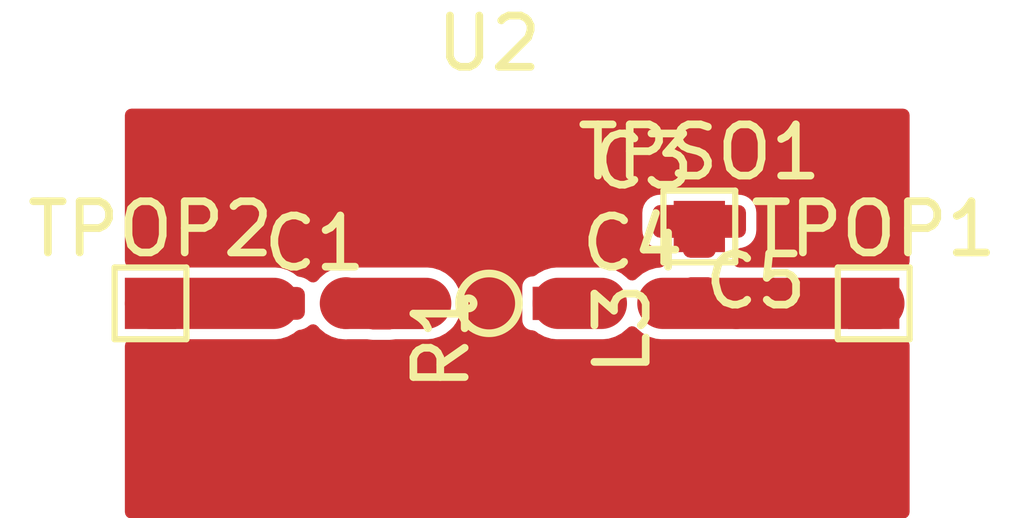
<source format=kicad_pcb>
(kicad_pcb (version 20171130) (host pcbnew 5.1.5+dfsg1-2~bpo9+1)

  (general
    (thickness 1.6)
    (drawings 0)
    (tracks 8)
    (zones 0)
    (modules 10)
    (nets 7)
  )

  (page A4)
  (layers
    (0 F.Cu signal)
    (31 B.Cu signal)
    (32 B.Adhes user)
    (33 F.Adhes user)
    (34 B.Paste user)
    (35 F.Paste user)
    (36 B.SilkS user)
    (37 F.SilkS user)
    (38 B.Mask user)
    (39 F.Mask user)
    (40 Dwgs.User user)
    (41 Cmts.User user)
    (42 Eco1.User user)
    (43 Eco2.User user)
    (44 Edge.Cuts user)
    (45 Margin user)
    (46 B.CrtYd user)
    (47 F.CrtYd user)
    (48 B.Fab user)
    (49 F.Fab user)
  )

  (setup
    (last_trace_width 1)
    (user_trace_width 1)
    (trace_clearance 0)
    (zone_clearance 0.2)
    (zone_45_only no)
    (trace_min 0.2)
    (via_size 0.8)
    (via_drill 0.4)
    (via_min_size 0.4)
    (via_min_drill 0.3)
    (uvia_size 0.3)
    (uvia_drill 0.1)
    (uvias_allowed no)
    (uvia_min_size 0.2)
    (uvia_min_drill 0.1)
    (edge_width 0.05)
    (segment_width 0.2)
    (pcb_text_width 0.3)
    (pcb_text_size 1.5 1.5)
    (mod_edge_width 0.12)
    (mod_text_size 1 1)
    (mod_text_width 0.15)
    (pad_size 1.524 1.524)
    (pad_drill 0.762)
    (pad_to_mask_clearance 0.051)
    (solder_mask_min_width 0.25)
    (aux_axis_origin 63.2 75.2)
    (grid_origin 63.2 75.2)
    (visible_elements FFFFFF7F)
    (pcbplotparams
      (layerselection 0x00000_7fffffff)
      (usegerberextensions false)
      (usegerberattributes false)
      (usegerberadvancedattributes false)
      (creategerberjobfile false)
      (excludeedgelayer true)
      (linewidth 0.020000)
      (plotframeref false)
      (viasonmask false)
      (mode 1)
      (useauxorigin false)
      (hpglpennumber 1)
      (hpglpenspeed 20)
      (hpglpendiameter 15.000000)
      (psnegative false)
      (psa4output false)
      (plotreference true)
      (plotvalue true)
      (plotinvisibletext false)
      (padsonsilk false)
      (subtractmaskfromsilk false)
      (outputformat 1)
      (mirror false)
      (drillshape 0)
      (scaleselection 1)
      (outputdirectory ""))
  )

  (net 0 "")
  (net 1 GND)
  (net 2 "Net-(C1-Pad1)")
  (net 3 nsource)
  (net 4 "Net-(C4-Pad2)")
  (net 5 "Net-(C4-Pad1)")
  (net 6 "Net-(C1-Pad2)")

  (net_class Default "This is the default net class."
    (clearance 0)
    (trace_width 0.25)
    (via_dia 0.8)
    (via_drill 0.4)
    (uvia_dia 0.3)
    (uvia_drill 0.1)
    (add_net GND)
    (add_net "Net-(C1-Pad1)")
    (add_net "Net-(C1-Pad2)")
    (add_net "Net-(C4-Pad1)")
    (add_net "Net-(C4-Pad2)")
    (add_net nsource)
  )

  (module Resistor_SMD:R_0402_1005Metric (layer F.Cu) (tedit 5B301BBD) (tstamp 5F332059)
    (at 75.5 77.4 180)
    (descr "Resistor SMD 0402 (1005 Metric), square (rectangular) end terminal, IPC_7351 nominal, (Body size source: http://www.tortai-tech.com/upload/download/2011102023233369053.pdf), generated with kicad-footprint-generator")
    (tags resistor)
    (path /5F355F2B)
    (attr smd)
    (fp_text reference C5 (at 0 -1.17) (layer F.SilkS)
      (effects (font (size 1 1) (thickness 0.15)))
    )
    (fp_text value "100 nF" (at 0 1.17) (layer F.Fab)
      (effects (font (size 1 1) (thickness 0.15)))
    )
    (fp_text user %R (at 0 0) (layer F.Fab)
      (effects (font (size 0.25 0.25) (thickness 0.04)))
    )
    (fp_line (start 0.93 0.47) (end -0.93 0.47) (layer F.CrtYd) (width 0.05))
    (fp_line (start 0.93 -0.47) (end 0.93 0.47) (layer F.CrtYd) (width 0.05))
    (fp_line (start -0.93 -0.47) (end 0.93 -0.47) (layer F.CrtYd) (width 0.05))
    (fp_line (start -0.93 0.47) (end -0.93 -0.47) (layer F.CrtYd) (width 0.05))
    (fp_line (start 0.5 0.25) (end -0.5 0.25) (layer F.Fab) (width 0.1))
    (fp_line (start 0.5 -0.25) (end 0.5 0.25) (layer F.Fab) (width 0.1))
    (fp_line (start -0.5 -0.25) (end 0.5 -0.25) (layer F.Fab) (width 0.1))
    (fp_line (start -0.5 0.25) (end -0.5 -0.25) (layer F.Fab) (width 0.1))
    (pad 2 smd roundrect (at 0.485 0 180) (size 0.59 0.64) (layers F.Cu F.Paste F.Mask) (roundrect_rratio 0.25)
      (net 3 nsource))
    (pad 1 smd roundrect (at -0.485 0 180) (size 0.59 0.64) (layers F.Cu F.Paste F.Mask) (roundrect_rratio 0.25)
      (net 1 GND))
    (model ${KISYS3DMOD}/Resistor_SMD.3dshapes/R_0402_1005Metric.wrl
      (at (xyz 0 0 0))
      (scale (xyz 1 1 1))
      (rotate (xyz 0 0 0))
    )
  )

  (module Resistor_SMD:R_0402_1005Metric (layer F.Cu) (tedit 5B301BBD) (tstamp 5F32FFC4)
    (at 68.2 79.7 270)
    (descr "Resistor SMD 0402 (1005 Metric), square (rectangular) end terminal, IPC_7351 nominal, (Body size source: http://www.tortai-tech.com/upload/download/2011102023233369053.pdf), generated with kicad-footprint-generator")
    (tags resistor)
    (path /5F960EE5)
    (attr smd)
    (fp_text reference R1 (at 0 -1.17 90) (layer F.SilkS)
      (effects (font (size 1 1) (thickness 0.15)))
    )
    (fp_text value 10k (at 0 1.17 90) (layer F.Fab)
      (effects (font (size 1 1) (thickness 0.15)))
    )
    (fp_text user %R (at 0 0 90) (layer F.Fab)
      (effects (font (size 0.25 0.25) (thickness 0.04)))
    )
    (fp_line (start 0.93 0.47) (end -0.93 0.47) (layer F.CrtYd) (width 0.05))
    (fp_line (start 0.93 -0.47) (end 0.93 0.47) (layer F.CrtYd) (width 0.05))
    (fp_line (start -0.93 -0.47) (end 0.93 -0.47) (layer F.CrtYd) (width 0.05))
    (fp_line (start -0.93 0.47) (end -0.93 -0.47) (layer F.CrtYd) (width 0.05))
    (fp_line (start 0.5 0.25) (end -0.5 0.25) (layer F.Fab) (width 0.1))
    (fp_line (start 0.5 -0.25) (end 0.5 0.25) (layer F.Fab) (width 0.1))
    (fp_line (start -0.5 -0.25) (end 0.5 -0.25) (layer F.Fab) (width 0.1))
    (fp_line (start -0.5 0.25) (end -0.5 -0.25) (layer F.Fab) (width 0.1))
    (pad 2 smd roundrect (at 0.485 0 270) (size 0.59 0.64) (layers F.Cu F.Paste F.Mask) (roundrect_rratio 0.25)
      (net 1 GND))
    (pad 1 smd roundrect (at -0.485 0 270) (size 0.59 0.64) (layers F.Cu F.Paste F.Mask) (roundrect_rratio 0.25)
      (net 6 "Net-(C1-Pad2)"))
    (model ${KISYS3DMOD}/Resistor_SMD.3dshapes/R_0402_1005Metric.wrl
      (at (xyz 0 0 0))
      (scale (xyz 1 1 1))
      (rotate (xyz 0 0 0))
    )
  )

  (module TestPoint:TestPoint_Pad_1.0x1.0mm (layer F.Cu) (tedit 5A0F774F) (tstamp 5F332293)
    (at 74.4 77.5)
    (descr "SMD rectangular pad as test Point, square 1.0mm side length")
    (tags "test point SMD pad rectangle square")
    (path /5EE45334)
    (attr virtual)
    (fp_text reference TPSO1 (at 0 -1.448) (layer F.SilkS)
      (effects (font (size 1 1) (thickness 0.15)))
    )
    (fp_text value Vsource (at 0 1.55) (layer F.Fab)
      (effects (font (size 1 1) (thickness 0.15)))
    )
    (fp_line (start 1 1) (end -1 1) (layer F.CrtYd) (width 0.05))
    (fp_line (start 1 1) (end 1 -1) (layer F.CrtYd) (width 0.05))
    (fp_line (start -1 -1) (end -1 1) (layer F.CrtYd) (width 0.05))
    (fp_line (start -1 -1) (end 1 -1) (layer F.CrtYd) (width 0.05))
    (fp_line (start -0.7 0.7) (end -0.7 -0.7) (layer F.SilkS) (width 0.12))
    (fp_line (start 0.7 0.7) (end -0.7 0.7) (layer F.SilkS) (width 0.12))
    (fp_line (start 0.7 -0.7) (end 0.7 0.7) (layer F.SilkS) (width 0.12))
    (fp_line (start -0.7 -0.7) (end 0.7 -0.7) (layer F.SilkS) (width 0.12))
    (fp_text user %R (at 0 -1.45) (layer F.Fab)
      (effects (font (size 1 1) (thickness 0.15)))
    )
    (pad 1 smd rect (at 0 0) (size 1 1) (layers F.Cu F.Mask)
      (net 3 nsource))
  )

  (module Resistor_SMD:R_0402_1005Metric (layer F.Cu) (tedit 5B301BBD) (tstamp 5F32FF64)
    (at 73.3 77.4)
    (descr "Resistor SMD 0402 (1005 Metric), square (rectangular) end terminal, IPC_7351 nominal, (Body size source: http://www.tortai-tech.com/upload/download/2011102023233369053.pdf), generated with kicad-footprint-generator")
    (tags resistor)
    (path /5EE4533B)
    (attr smd)
    (fp_text reference C3 (at 0 -1.17) (layer F.SilkS)
      (effects (font (size 1 1) (thickness 0.15)))
    )
    (fp_text value "100 nF" (at 0 1.17) (layer F.Fab)
      (effects (font (size 1 1) (thickness 0.15)))
    )
    (fp_text user %R (at 0 0) (layer F.Fab)
      (effects (font (size 0.25 0.25) (thickness 0.04)))
    )
    (fp_line (start 0.93 0.47) (end -0.93 0.47) (layer F.CrtYd) (width 0.05))
    (fp_line (start 0.93 -0.47) (end 0.93 0.47) (layer F.CrtYd) (width 0.05))
    (fp_line (start -0.93 -0.47) (end 0.93 -0.47) (layer F.CrtYd) (width 0.05))
    (fp_line (start -0.93 0.47) (end -0.93 -0.47) (layer F.CrtYd) (width 0.05))
    (fp_line (start 0.5 0.25) (end -0.5 0.25) (layer F.Fab) (width 0.1))
    (fp_line (start 0.5 -0.25) (end 0.5 0.25) (layer F.Fab) (width 0.1))
    (fp_line (start -0.5 -0.25) (end 0.5 -0.25) (layer F.Fab) (width 0.1))
    (fp_line (start -0.5 0.25) (end -0.5 -0.25) (layer F.Fab) (width 0.1))
    (pad 2 smd roundrect (at 0.485 0) (size 0.59 0.64) (layers F.Cu F.Paste F.Mask) (roundrect_rratio 0.25)
      (net 3 nsource))
    (pad 1 smd roundrect (at -0.485 0) (size 0.59 0.64) (layers F.Cu F.Paste F.Mask) (roundrect_rratio 0.25)
      (net 1 GND))
    (model ${KISYS3DMOD}/Resistor_SMD.3dshapes/R_0402_1005Metric.wrl
      (at (xyz 0 0 0))
      (scale (xyz 1 1 1))
      (rotate (xyz 0 0 0))
    )
  )

  (module Capacitor_SMD:C_0402_1005Metric (layer F.Cu) (tedit 5B301BBE) (tstamp 5F330B9B)
    (at 66.9 79)
    (descr "Capacitor SMD 0402 (1005 Metric), square (rectangular) end terminal, IPC_7351 nominal, (Body size source: http://www.tortai-tech.com/upload/download/2011102023233369053.pdf), generated with kicad-footprint-generator")
    (tags capacitor)
    (path /5F34B7A8)
    (attr smd)
    (fp_text reference C1 (at 0 -1.17) (layer F.SilkS)
      (effects (font (size 1 1) (thickness 0.15)))
    )
    (fp_text value "10 pF" (at 0 1.17) (layer F.Fab)
      (effects (font (size 1 1) (thickness 0.15)))
    )
    (fp_text user %R (at 0 0) (layer F.Fab)
      (effects (font (size 0.25 0.25) (thickness 0.04)))
    )
    (fp_line (start 0.93 0.47) (end -0.93 0.47) (layer F.CrtYd) (width 0.05))
    (fp_line (start 0.93 -0.47) (end 0.93 0.47) (layer F.CrtYd) (width 0.05))
    (fp_line (start -0.93 -0.47) (end 0.93 -0.47) (layer F.CrtYd) (width 0.05))
    (fp_line (start -0.93 0.47) (end -0.93 -0.47) (layer F.CrtYd) (width 0.05))
    (fp_line (start 0.5 0.25) (end -0.5 0.25) (layer F.Fab) (width 0.1))
    (fp_line (start 0.5 -0.25) (end 0.5 0.25) (layer F.Fab) (width 0.1))
    (fp_line (start -0.5 -0.25) (end 0.5 -0.25) (layer F.Fab) (width 0.1))
    (fp_line (start -0.5 0.25) (end -0.5 -0.25) (layer F.Fab) (width 0.1))
    (pad 2 smd roundrect (at 0.485 0) (size 0.59 0.64) (layers F.Cu F.Paste F.Mask) (roundrect_rratio 0.25)
      (net 6 "Net-(C1-Pad2)"))
    (pad 1 smd roundrect (at -0.485 0) (size 0.59 0.64) (layers F.Cu F.Paste F.Mask) (roundrect_rratio 0.25)
      (net 2 "Net-(C1-Pad1)"))
    (model ${KISYS3DMOD}/Capacitor_SMD.3dshapes/C_0402_1005Metric.wrl
      (at (xyz 0 0 0))
      (scale (xyz 1 1 1))
      (rotate (xyz 0 0 0))
    )
  )

  (module TestPoint:TestPoint_Pad_1.0x1.0mm (layer F.Cu) (tedit 5A0F774F) (tstamp 5F33082D)
    (at 63.7 79)
    (descr "SMD rectangular pad as test Point, square 1.0mm side length")
    (tags "test point SMD pad rectangle square")
    (path /5F346658)
    (attr virtual)
    (fp_text reference TPOP2 (at 0 -1.448) (layer F.SilkS)
      (effects (font (size 1 1) (thickness 0.15)))
    )
    (fp_text value Voutput (at 0 1.55) (layer F.Fab)
      (effects (font (size 1 1) (thickness 0.15)))
    )
    (fp_line (start 1 1) (end -1 1) (layer F.CrtYd) (width 0.05))
    (fp_line (start 1 1) (end 1 -1) (layer F.CrtYd) (width 0.05))
    (fp_line (start -1 -1) (end -1 1) (layer F.CrtYd) (width 0.05))
    (fp_line (start -1 -1) (end 1 -1) (layer F.CrtYd) (width 0.05))
    (fp_line (start -0.7 0.7) (end -0.7 -0.7) (layer F.SilkS) (width 0.12))
    (fp_line (start 0.7 0.7) (end -0.7 0.7) (layer F.SilkS) (width 0.12))
    (fp_line (start 0.7 -0.7) (end 0.7 0.7) (layer F.SilkS) (width 0.12))
    (fp_line (start -0.7 -0.7) (end 0.7 -0.7) (layer F.SilkS) (width 0.12))
    (fp_text user %R (at 0 -1.45) (layer F.Fab)
      (effects (font (size 1 1) (thickness 0.15)))
    )
    (pad 1 smd rect (at 0 0) (size 1 1) (layers F.Cu F.Mask)
      (net 2 "Net-(C1-Pad1)"))
  )

  (module TestPoint:TestPoint_Pad_1.0x1.0mm (layer F.Cu) (tedit 5A0F774F) (tstamp 5F32FFD2)
    (at 77.8 79)
    (descr "SMD rectangular pad as test Point, square 1.0mm side length")
    (tags "test point SMD pad rectangle square")
    (path /5EE35A86)
    (attr virtual)
    (fp_text reference TPOP1 (at 0 -1.448) (layer F.SilkS)
      (effects (font (size 1 1) (thickness 0.15)))
    )
    (fp_text value Voutput (at 0 1.55) (layer F.Fab)
      (effects (font (size 1 1) (thickness 0.15)))
    )
    (fp_line (start 1 1) (end -1 1) (layer F.CrtYd) (width 0.05))
    (fp_line (start 1 1) (end 1 -1) (layer F.CrtYd) (width 0.05))
    (fp_line (start -1 -1) (end -1 1) (layer F.CrtYd) (width 0.05))
    (fp_line (start -1 -1) (end 1 -1) (layer F.CrtYd) (width 0.05))
    (fp_line (start -0.7 0.7) (end -0.7 -0.7) (layer F.SilkS) (width 0.12))
    (fp_line (start 0.7 0.7) (end -0.7 0.7) (layer F.SilkS) (width 0.12))
    (fp_line (start 0.7 -0.7) (end 0.7 0.7) (layer F.SilkS) (width 0.12))
    (fp_line (start -0.7 -0.7) (end 0.7 -0.7) (layer F.SilkS) (width 0.12))
    (fp_text user %R (at 0 -1.45) (layer F.Fab)
      (effects (font (size 1 1) (thickness 0.15)))
    )
    (pad 1 smd rect (at 0 0) (size 1 1) (layers F.Cu F.Mask)
      (net 4 "Net-(C4-Pad2)"))
  )

  (module 0xDBFB7:4-Micro-X (layer F.Cu) (tedit 5E8E9CC3) (tstamp 5F330010)
    (at 70.3 79 180)
    (path /5F97ADF9)
    (fp_text reference U2 (at 0 5.072) (layer F.SilkS)
      (effects (font (size 1 1) (thickness 0.15)))
    )
    (fp_text value CE3520K3 (at 0 4.072) (layer F.Fab)
      (effects (font (size 1 1) (thickness 0.15)))
    )
    (fp_circle (center 0.4 0) (end 0.5 0) (layer F.SilkS) (width 0.15))
    (fp_circle (center 0 0) (end 0.583095 0) (layer F.SilkS) (width 0.15))
    (fp_text user Source (at -0.5 1.4 90) (layer Dwgs.User)
      (effects (font (size 0.2 0.2) (thickness 0.05)))
    )
    (fp_text user Source (at -0.5 -1.3 90) (layer Dwgs.User)
      (effects (font (size 0.2 0.2) (thickness 0.05)))
    )
    (fp_text user Drain (at -1.3 -0.5) (layer Dwgs.User)
      (effects (font (size 0.2 0.2) (thickness 0.05)))
    )
    (fp_text user Gate (at 1.4 -0.5) (layer Dwgs.User)
      (effects (font (size 0.2 0.2) (thickness 0.05)))
    )
    (pad 3 smd rect (at 0 1.35) (size 0.65 1) (layers F.Cu F.Paste F.Mask)
      (net 1 GND))
    (pad 4 smd rect (at 1.35 0 90) (size 0.65 1) (layers F.Cu F.Paste F.Mask)
      (net 6 "Net-(C1-Pad2)"))
    (pad 1 smd rect (at 0 -1.35 180) (size 0.65 1) (layers F.Cu F.Paste F.Mask)
      (net 1 GND))
    (pad 2 smd rect (at -1.35 0 270) (size 0.65 1) (layers F.Cu F.Paste F.Mask)
      (net 5 "Net-(C4-Pad1)"))
  )

  (module Resistor_SMD:R_0402_1005Metric (layer F.Cu) (tedit 5B301BBD) (tstamp 5F32FFAC)
    (at 74.4 78.3 270)
    (descr "Resistor SMD 0402 (1005 Metric), square (rectangular) end terminal, IPC_7351 nominal, (Body size source: http://www.tortai-tech.com/upload/download/2011102023233369053.pdf), generated with kicad-footprint-generator")
    (tags resistor)
    (path /5EE07869)
    (attr smd)
    (fp_text reference L3 (at 1.2 1.5 90) (layer F.SilkS)
      (effects (font (size 1 1) (thickness 0.15)))
    )
    (fp_text value "440 nH" (at 0 1.17 90) (layer F.Fab)
      (effects (font (size 1 1) (thickness 0.15)))
    )
    (fp_text user %R (at 0 0 90) (layer F.Fab)
      (effects (font (size 0.25 0.25) (thickness 0.04)))
    )
    (fp_line (start 0.93 0.47) (end -0.93 0.47) (layer F.CrtYd) (width 0.05))
    (fp_line (start 0.93 -0.47) (end 0.93 0.47) (layer F.CrtYd) (width 0.05))
    (fp_line (start -0.93 -0.47) (end 0.93 -0.47) (layer F.CrtYd) (width 0.05))
    (fp_line (start -0.93 0.47) (end -0.93 -0.47) (layer F.CrtYd) (width 0.05))
    (fp_line (start 0.5 0.25) (end -0.5 0.25) (layer F.Fab) (width 0.1))
    (fp_line (start 0.5 -0.25) (end 0.5 0.25) (layer F.Fab) (width 0.1))
    (fp_line (start -0.5 -0.25) (end 0.5 -0.25) (layer F.Fab) (width 0.1))
    (fp_line (start -0.5 0.25) (end -0.5 -0.25) (layer F.Fab) (width 0.1))
    (pad 2 smd roundrect (at 0.485 0 270) (size 0.59 0.64) (layers F.Cu F.Paste F.Mask) (roundrect_rratio 0.25)
      (net 5 "Net-(C4-Pad1)"))
    (pad 1 smd roundrect (at -0.485 0 270) (size 0.59 0.64) (layers F.Cu F.Paste F.Mask) (roundrect_rratio 0.25)
      (net 3 nsource))
    (model ${KISYS3DMOD}/Resistor_SMD.3dshapes/R_0402_1005Metric.wrl
      (at (xyz 0 0 0))
      (scale (xyz 1 1 1))
      (rotate (xyz 0 0 0))
    )
  )

  (module Capacitor_SMD:C_0402_1005Metric (layer F.Cu) (tedit 5B301BBE) (tstamp 5F32FF73)
    (at 73.1 79)
    (descr "Capacitor SMD 0402 (1005 Metric), square (rectangular) end terminal, IPC_7351 nominal, (Body size source: http://www.tortai-tech.com/upload/download/2011102023233369053.pdf), generated with kicad-footprint-generator")
    (tags capacitor)
    (path /5EE408DC)
    (attr smd)
    (fp_text reference C4 (at 0 -1.17) (layer F.SilkS)
      (effects (font (size 1 1) (thickness 0.15)))
    )
    (fp_text value "10 pF" (at 0 1.17) (layer F.Fab)
      (effects (font (size 1 1) (thickness 0.15)))
    )
    (fp_text user %R (at 0 0) (layer F.Fab)
      (effects (font (size 0.25 0.25) (thickness 0.04)))
    )
    (fp_line (start 0.93 0.47) (end -0.93 0.47) (layer F.CrtYd) (width 0.05))
    (fp_line (start 0.93 -0.47) (end 0.93 0.47) (layer F.CrtYd) (width 0.05))
    (fp_line (start -0.93 -0.47) (end 0.93 -0.47) (layer F.CrtYd) (width 0.05))
    (fp_line (start -0.93 0.47) (end -0.93 -0.47) (layer F.CrtYd) (width 0.05))
    (fp_line (start 0.5 0.25) (end -0.5 0.25) (layer F.Fab) (width 0.1))
    (fp_line (start 0.5 -0.25) (end 0.5 0.25) (layer F.Fab) (width 0.1))
    (fp_line (start -0.5 -0.25) (end 0.5 -0.25) (layer F.Fab) (width 0.1))
    (fp_line (start -0.5 0.25) (end -0.5 -0.25) (layer F.Fab) (width 0.1))
    (pad 2 smd roundrect (at 0.485 0) (size 0.59 0.64) (layers F.Cu F.Paste F.Mask) (roundrect_rratio 0.25)
      (net 4 "Net-(C4-Pad2)"))
    (pad 1 smd roundrect (at -0.485 0) (size 0.59 0.64) (layers F.Cu F.Paste F.Mask) (roundrect_rratio 0.25)
      (net 5 "Net-(C4-Pad1)"))
    (model ${KISYS3DMOD}/Capacitor_SMD.3dshapes/C_0402_1005Metric.wrl
      (at (xyz 0 0 0))
      (scale (xyz 1 1 1))
      (rotate (xyz 0 0 0))
    )
  )

  (segment (start 63.7 79) (end 66.1 79) (width 1) (layer F.Cu) (net 2))
  (segment (start 77.9 79) (end 75.12001 79) (width 1) (layer F.Cu) (net 4))
  (segment (start 75.12001 79) (end 73.69 79) (width 1) (layer F.Cu) (net 4))
  (segment (start 71.65 79) (end 72.48999 79) (width 1) (layer F.Cu) (net 5))
  (segment (start 67.5 79.015) (end 67.485 79) (width 0.25) (layer F.Cu) (net 6))
  (segment (start 67.51001 78.98999) (end 67.51001 79) (width 1) (layer F.Cu) (net 6))
  (segment (start 68.415 79) (end 68.95 79) (width 1) (layer F.Cu) (net 6))
  (segment (start 67.5 79) (end 69.065 79) (width 1) (layer F.Cu) (net 6))

  (zone (net 1) (net_name GND) (layer F.Cu) (tstamp 5F332430) (hatch edge 0.508)
    (connect_pads yes (clearance 0.2))
    (min_thickness 0.254)
    (fill yes (arc_segments 32) (thermal_gap 0.508) (thermal_bridge_width 0.508))
    (polygon
      (pts
        (xy 78.5 83.2) (xy 63.2 83.2) (xy 63.2 75.2) (xy 78.5 75.2)
      )
    )
    (filled_polygon
      (pts
        (xy 78.373 78.180431) (xy 78.364103 78.177732) (xy 78.3 78.171418) (xy 77.3 78.171418) (xy 77.283939 78.173)
        (xy 75.178311 78.173) (xy 75.20357 78.125743) (xy 75.222268 78.064103) (xy 75.224397 78.042486) (xy 75.255379 78.039434)
        (xy 75.344689 78.012342) (xy 75.426997 77.968348) (xy 75.499141 77.909141) (xy 75.558348 77.836997) (xy 75.602342 77.754689)
        (xy 75.629434 77.665379) (xy 75.638582 77.5725) (xy 75.638582 77.2275) (xy 75.629434 77.134621) (xy 75.602342 77.045311)
        (xy 75.558348 76.963003) (xy 75.499141 76.890859) (xy 75.426997 76.831652) (xy 75.344689 76.787658) (xy 75.255379 76.760566)
        (xy 75.1625 76.751418) (xy 75.112555 76.751418) (xy 75.08255 76.726794) (xy 75.025743 76.69643) (xy 74.964103 76.677732)
        (xy 74.9 76.671418) (xy 73.9 76.671418) (xy 73.835897 76.677732) (xy 73.774257 76.69643) (xy 73.71745 76.726794)
        (xy 73.687445 76.751418) (xy 73.6375 76.751418) (xy 73.544621 76.760566) (xy 73.455311 76.787658) (xy 73.373003 76.831652)
        (xy 73.300859 76.890859) (xy 73.241652 76.963003) (xy 73.197658 77.045311) (xy 73.170566 77.134621) (xy 73.161418 77.2275)
        (xy 73.161418 77.5725) (xy 73.170566 77.665379) (xy 73.197658 77.754689) (xy 73.241652 77.836997) (xy 73.300859 77.909141)
        (xy 73.373003 77.968348) (xy 73.455311 78.012342) (xy 73.544621 78.039434) (xy 73.575603 78.042486) (xy 73.577732 78.064103)
        (xy 73.59643 78.125743) (xy 73.623074 78.17559) (xy 73.52788 78.184966) (xy 73.37199 78.232255) (xy 73.228321 78.309048)
        (xy 73.102394 78.412394) (xy 73.089995 78.427502) (xy 73.077596 78.412394) (xy 72.951669 78.309048) (xy 72.808 78.232255)
        (xy 72.65211 78.184966) (xy 72.530614 78.173) (xy 71.609376 78.173) (xy 71.48788 78.184966) (xy 71.33199 78.232255)
        (xy 71.188321 78.309048) (xy 71.141802 78.347226) (xy 71.085897 78.352732) (xy 71.024257 78.37143) (xy 70.96745 78.401794)
        (xy 70.917657 78.442657) (xy 70.876794 78.49245) (xy 70.84643 78.549257) (xy 70.827732 78.610897) (xy 70.821418 78.675)
        (xy 70.821418 78.975439) (xy 70.818999 79) (xy 70.821418 79.024561) (xy 70.821418 79.325) (xy 70.827732 79.389103)
        (xy 70.84643 79.450743) (xy 70.876794 79.50755) (xy 70.917657 79.557343) (xy 70.96745 79.598206) (xy 71.024257 79.62857)
        (xy 71.085897 79.647268) (xy 71.141802 79.652774) (xy 71.188321 79.690952) (xy 71.33199 79.767745) (xy 71.48788 79.815034)
        (xy 71.609376 79.827) (xy 72.530614 79.827) (xy 72.65211 79.815034) (xy 72.808 79.767745) (xy 72.951669 79.690952)
        (xy 73.077596 79.587606) (xy 73.089995 79.572498) (xy 73.102394 79.587606) (xy 73.228321 79.690952) (xy 73.37199 79.767745)
        (xy 73.52788 79.815034) (xy 73.649376 79.827) (xy 77.283939 79.827) (xy 77.3 79.828582) (xy 78.3 79.828582)
        (xy 78.364103 79.822268) (xy 78.373 79.819569) (xy 78.373 83.073) (xy 63.327 83.073) (xy 63.327 79.828582)
        (xy 64.2 79.828582) (xy 64.216061 79.827) (xy 66.140624 79.827) (xy 66.26212 79.815034) (xy 66.41801 79.767745)
        (xy 66.561679 79.690952) (xy 66.620236 79.642895) (xy 66.655379 79.639434) (xy 66.744689 79.612342) (xy 66.826997 79.568348)
        (xy 66.868582 79.534221) (xy 66.912394 79.587606) (xy 67.038321 79.690952) (xy 67.18199 79.767745) (xy 67.33788 79.815034)
        (xy 67.459376 79.827) (xy 67.469386 79.827) (xy 67.51001 79.831001) (xy 67.550634 79.827) (xy 67.926597 79.827)
        (xy 67.934621 79.829434) (xy 68.0275 79.838582) (xy 68.3725 79.838582) (xy 68.465379 79.829434) (xy 68.473403 79.827)
        (xy 69.105624 79.827) (xy 69.22712 79.815034) (xy 69.38301 79.767745) (xy 69.526679 79.690952) (xy 69.652606 79.587606)
        (xy 69.667333 79.569661) (xy 69.682343 79.557343) (xy 69.723206 79.50755) (xy 69.732357 79.490429) (xy 69.755952 79.461679)
        (xy 69.832745 79.31801) (xy 69.880034 79.16212) (xy 69.896001 79) (xy 69.880034 78.83788) (xy 69.832745 78.68199)
        (xy 69.755952 78.538321) (xy 69.732357 78.509571) (xy 69.723206 78.49245) (xy 69.682343 78.442657) (xy 69.667333 78.430339)
        (xy 69.652606 78.412394) (xy 69.526679 78.309048) (xy 69.38301 78.232255) (xy 69.22712 78.184966) (xy 69.105624 78.173)
        (xy 67.652269 78.173) (xy 67.51001 78.158989) (xy 67.34789 78.174956) (xy 67.192 78.222245) (xy 67.048331 78.299038)
        (xy 66.922404 78.402384) (xy 66.917892 78.407882) (xy 66.912394 78.412394) (xy 66.868582 78.465779) (xy 66.826997 78.431652)
        (xy 66.744689 78.387658) (xy 66.655379 78.360566) (xy 66.620236 78.357105) (xy 66.561679 78.309048) (xy 66.41801 78.232255)
        (xy 66.26212 78.184966) (xy 66.140624 78.173) (xy 64.216061 78.173) (xy 64.2 78.171418) (xy 63.327 78.171418)
        (xy 63.327 75.327) (xy 78.373 75.327)
      )
    )
  )
)

</source>
